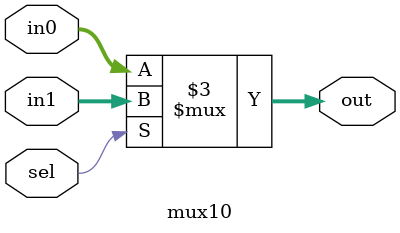
<source format=v>

module mux10 (
	       input [9:0] in0, in1,
	       input sel,
	       output reg [9:0] out
	       );

   always @(in0, in1, sel)
     begin
	if (sel)
	  out = in1;
	else
	  out = in0;
     end
   
endmodule // mux10

</source>
